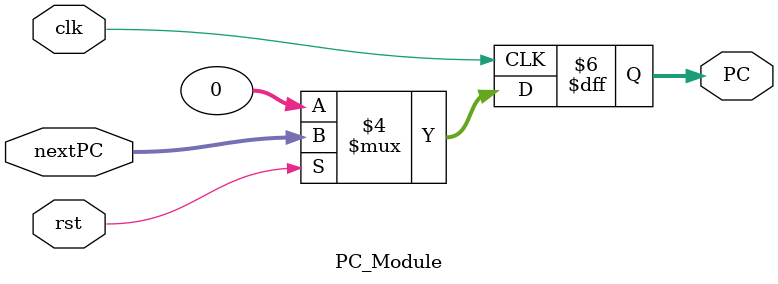
<source format=v>
module PC_Module(clk,rst,PC,nextPC);
    input clk,rst;
    input [31:0]nextPC;
    output [31:0]PC;
    reg [31:0]PC;

    always @(posedge clk)
    begin
        if(rst == 1'b0)
            PC <= {32{1'b0}};
        else
            PC <= nextPC;
    end
endmodule
</source>
